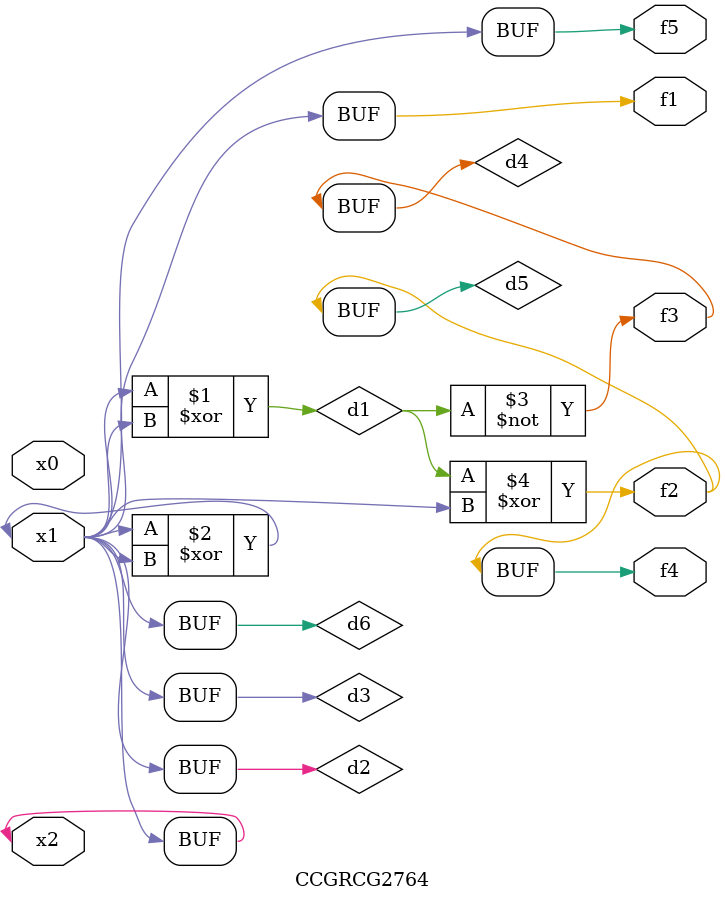
<source format=v>
module CCGRCG2764(
	input x0, x1, x2,
	output f1, f2, f3, f4, f5
);

	wire d1, d2, d3, d4, d5, d6;

	xor (d1, x1, x2);
	buf (d2, x1, x2);
	xor (d3, x1, x2);
	nor (d4, d1);
	xor (d5, d1, d2);
	buf (d6, d2, d3);
	assign f1 = d6;
	assign f2 = d5;
	assign f3 = d4;
	assign f4 = d5;
	assign f5 = d6;
endmodule

</source>
